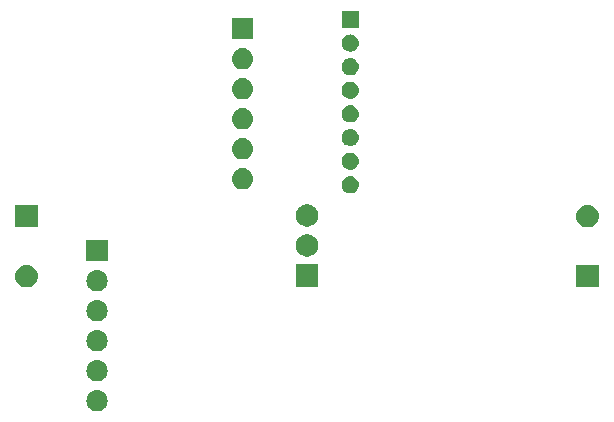
<source format=gbr>
G04 #@! TF.GenerationSoftware,KiCad,Pcbnew,(5.1.4)-1*
G04 #@! TF.CreationDate,2019-09-20T08:24:21+02:00*
G04 #@! TF.ProjectId,hb-rc-2-pbu-led,68622d72-632d-4322-9d70-62752d6c6564,rev?*
G04 #@! TF.SameCoordinates,Original*
G04 #@! TF.FileFunction,Soldermask,Bot*
G04 #@! TF.FilePolarity,Negative*
%FSLAX46Y46*%
G04 Gerber Fmt 4.6, Leading zero omitted, Abs format (unit mm)*
G04 Created by KiCad (PCBNEW (5.1.4)-1) date 2019-09-20 08:24:21*
%MOMM*%
%LPD*%
G04 APERTURE LIST*
%ADD10C,0.100000*%
G04 APERTURE END LIST*
D10*
G36*
X84565442Y-87751518D02*
G01*
X84631627Y-87758037D01*
X84801466Y-87809557D01*
X84957991Y-87893222D01*
X84993729Y-87922552D01*
X85095186Y-88005814D01*
X85178448Y-88107271D01*
X85207778Y-88143009D01*
X85291443Y-88299534D01*
X85342963Y-88469373D01*
X85360359Y-88646000D01*
X85342963Y-88822627D01*
X85291443Y-88992466D01*
X85207778Y-89148991D01*
X85178448Y-89184729D01*
X85095186Y-89286186D01*
X84993729Y-89369448D01*
X84957991Y-89398778D01*
X84801466Y-89482443D01*
X84631627Y-89533963D01*
X84565442Y-89540482D01*
X84499260Y-89547000D01*
X84410740Y-89547000D01*
X84344558Y-89540482D01*
X84278373Y-89533963D01*
X84108534Y-89482443D01*
X83952009Y-89398778D01*
X83916271Y-89369448D01*
X83814814Y-89286186D01*
X83731552Y-89184729D01*
X83702222Y-89148991D01*
X83618557Y-88992466D01*
X83567037Y-88822627D01*
X83549641Y-88646000D01*
X83567037Y-88469373D01*
X83618557Y-88299534D01*
X83702222Y-88143009D01*
X83731552Y-88107271D01*
X83814814Y-88005814D01*
X83916271Y-87922552D01*
X83952009Y-87893222D01*
X84108534Y-87809557D01*
X84278373Y-87758037D01*
X84344558Y-87751518D01*
X84410740Y-87745000D01*
X84499260Y-87745000D01*
X84565442Y-87751518D01*
X84565442Y-87751518D01*
G37*
G36*
X84565443Y-85211519D02*
G01*
X84631627Y-85218037D01*
X84801466Y-85269557D01*
X84957991Y-85353222D01*
X84993729Y-85382552D01*
X85095186Y-85465814D01*
X85178448Y-85567271D01*
X85207778Y-85603009D01*
X85291443Y-85759534D01*
X85342963Y-85929373D01*
X85360359Y-86106000D01*
X85342963Y-86282627D01*
X85291443Y-86452466D01*
X85207778Y-86608991D01*
X85178448Y-86644729D01*
X85095186Y-86746186D01*
X84993729Y-86829448D01*
X84957991Y-86858778D01*
X84801466Y-86942443D01*
X84631627Y-86993963D01*
X84565442Y-87000482D01*
X84499260Y-87007000D01*
X84410740Y-87007000D01*
X84344558Y-87000482D01*
X84278373Y-86993963D01*
X84108534Y-86942443D01*
X83952009Y-86858778D01*
X83916271Y-86829448D01*
X83814814Y-86746186D01*
X83731552Y-86644729D01*
X83702222Y-86608991D01*
X83618557Y-86452466D01*
X83567037Y-86282627D01*
X83549641Y-86106000D01*
X83567037Y-85929373D01*
X83618557Y-85759534D01*
X83702222Y-85603009D01*
X83731552Y-85567271D01*
X83814814Y-85465814D01*
X83916271Y-85382552D01*
X83952009Y-85353222D01*
X84108534Y-85269557D01*
X84278373Y-85218037D01*
X84344557Y-85211519D01*
X84410740Y-85205000D01*
X84499260Y-85205000D01*
X84565443Y-85211519D01*
X84565443Y-85211519D01*
G37*
G36*
X84565442Y-82671518D02*
G01*
X84631627Y-82678037D01*
X84801466Y-82729557D01*
X84957991Y-82813222D01*
X84993729Y-82842552D01*
X85095186Y-82925814D01*
X85178448Y-83027271D01*
X85207778Y-83063009D01*
X85291443Y-83219534D01*
X85342963Y-83389373D01*
X85360359Y-83566000D01*
X85342963Y-83742627D01*
X85291443Y-83912466D01*
X85207778Y-84068991D01*
X85178448Y-84104729D01*
X85095186Y-84206186D01*
X84993729Y-84289448D01*
X84957991Y-84318778D01*
X84801466Y-84402443D01*
X84631627Y-84453963D01*
X84565443Y-84460481D01*
X84499260Y-84467000D01*
X84410740Y-84467000D01*
X84344557Y-84460481D01*
X84278373Y-84453963D01*
X84108534Y-84402443D01*
X83952009Y-84318778D01*
X83916271Y-84289448D01*
X83814814Y-84206186D01*
X83731552Y-84104729D01*
X83702222Y-84068991D01*
X83618557Y-83912466D01*
X83567037Y-83742627D01*
X83549641Y-83566000D01*
X83567037Y-83389373D01*
X83618557Y-83219534D01*
X83702222Y-83063009D01*
X83731552Y-83027271D01*
X83814814Y-82925814D01*
X83916271Y-82842552D01*
X83952009Y-82813222D01*
X84108534Y-82729557D01*
X84278373Y-82678037D01*
X84344558Y-82671518D01*
X84410740Y-82665000D01*
X84499260Y-82665000D01*
X84565442Y-82671518D01*
X84565442Y-82671518D01*
G37*
G36*
X84565443Y-80131519D02*
G01*
X84631627Y-80138037D01*
X84801466Y-80189557D01*
X84957991Y-80273222D01*
X84993729Y-80302552D01*
X85095186Y-80385814D01*
X85178448Y-80487271D01*
X85207778Y-80523009D01*
X85291443Y-80679534D01*
X85342963Y-80849373D01*
X85360359Y-81026000D01*
X85342963Y-81202627D01*
X85291443Y-81372466D01*
X85207778Y-81528991D01*
X85178448Y-81564729D01*
X85095186Y-81666186D01*
X84993729Y-81749448D01*
X84957991Y-81778778D01*
X84801466Y-81862443D01*
X84631627Y-81913963D01*
X84565442Y-81920482D01*
X84499260Y-81927000D01*
X84410740Y-81927000D01*
X84344558Y-81920482D01*
X84278373Y-81913963D01*
X84108534Y-81862443D01*
X83952009Y-81778778D01*
X83916271Y-81749448D01*
X83814814Y-81666186D01*
X83731552Y-81564729D01*
X83702222Y-81528991D01*
X83618557Y-81372466D01*
X83567037Y-81202627D01*
X83549641Y-81026000D01*
X83567037Y-80849373D01*
X83618557Y-80679534D01*
X83702222Y-80523009D01*
X83731552Y-80487271D01*
X83814814Y-80385814D01*
X83916271Y-80302552D01*
X83952009Y-80273222D01*
X84108534Y-80189557D01*
X84278373Y-80138037D01*
X84344557Y-80131519D01*
X84410740Y-80125000D01*
X84499260Y-80125000D01*
X84565443Y-80131519D01*
X84565443Y-80131519D01*
G37*
G36*
X84565442Y-77591518D02*
G01*
X84631627Y-77598037D01*
X84801466Y-77649557D01*
X84957991Y-77733222D01*
X84993729Y-77762552D01*
X85095186Y-77845814D01*
X85178448Y-77947271D01*
X85207778Y-77983009D01*
X85291443Y-78139534D01*
X85342963Y-78309373D01*
X85360359Y-78486000D01*
X85342963Y-78662627D01*
X85291443Y-78832466D01*
X85207778Y-78988991D01*
X85178448Y-79024729D01*
X85095186Y-79126186D01*
X84993729Y-79209448D01*
X84957991Y-79238778D01*
X84801466Y-79322443D01*
X84631627Y-79373963D01*
X84565442Y-79380482D01*
X84499260Y-79387000D01*
X84410740Y-79387000D01*
X84344558Y-79380482D01*
X84278373Y-79373963D01*
X84108534Y-79322443D01*
X83952009Y-79238778D01*
X83916271Y-79209448D01*
X83814814Y-79126186D01*
X83731552Y-79024729D01*
X83702222Y-78988991D01*
X83618557Y-78832466D01*
X83567037Y-78662627D01*
X83549641Y-78486000D01*
X83567037Y-78309373D01*
X83618557Y-78139534D01*
X83702222Y-77983009D01*
X83731552Y-77947271D01*
X83814814Y-77845814D01*
X83916271Y-77762552D01*
X83952009Y-77733222D01*
X84108534Y-77649557D01*
X84278373Y-77598037D01*
X84344558Y-77591518D01*
X84410740Y-77585000D01*
X84499260Y-77585000D01*
X84565442Y-77591518D01*
X84565442Y-77591518D01*
G37*
G36*
X126935000Y-79056000D02*
G01*
X125033000Y-79056000D01*
X125033000Y-77154000D01*
X126935000Y-77154000D01*
X126935000Y-79056000D01*
X126935000Y-79056000D01*
G37*
G36*
X78672425Y-77167760D02*
G01*
X78672428Y-77167761D01*
X78672429Y-77167761D01*
X78851693Y-77222140D01*
X78851696Y-77222142D01*
X78851697Y-77222142D01*
X79016903Y-77310446D01*
X79161712Y-77429288D01*
X79280554Y-77574097D01*
X79368858Y-77739303D01*
X79368860Y-77739307D01*
X79423239Y-77918571D01*
X79423240Y-77918575D01*
X79441601Y-78105000D01*
X79423240Y-78291425D01*
X79423239Y-78291428D01*
X79423239Y-78291429D01*
X79368860Y-78470693D01*
X79368858Y-78470696D01*
X79368858Y-78470697D01*
X79280554Y-78635903D01*
X79161712Y-78780712D01*
X79016903Y-78899554D01*
X78851697Y-78987858D01*
X78851693Y-78987860D01*
X78672429Y-79042239D01*
X78672428Y-79042239D01*
X78672425Y-79042240D01*
X78532718Y-79056000D01*
X78439282Y-79056000D01*
X78299575Y-79042240D01*
X78299572Y-79042239D01*
X78299571Y-79042239D01*
X78120307Y-78987860D01*
X78120303Y-78987858D01*
X77955097Y-78899554D01*
X77810288Y-78780712D01*
X77691446Y-78635903D01*
X77603142Y-78470697D01*
X77603142Y-78470696D01*
X77603140Y-78470693D01*
X77548761Y-78291429D01*
X77548761Y-78291428D01*
X77548760Y-78291425D01*
X77530399Y-78105000D01*
X77548760Y-77918575D01*
X77548761Y-77918571D01*
X77603140Y-77739307D01*
X77603142Y-77739303D01*
X77691446Y-77574097D01*
X77810288Y-77429288D01*
X77955097Y-77310446D01*
X78120303Y-77222142D01*
X78120304Y-77222142D01*
X78120307Y-77222140D01*
X78299571Y-77167761D01*
X78299572Y-77167761D01*
X78299575Y-77167760D01*
X78439282Y-77154000D01*
X78532718Y-77154000D01*
X78672425Y-77167760D01*
X78672425Y-77167760D01*
G37*
G36*
X103186000Y-78979800D02*
G01*
X101284000Y-78979800D01*
X101284000Y-77077800D01*
X103186000Y-77077800D01*
X103186000Y-78979800D01*
X103186000Y-78979800D01*
G37*
G36*
X85356000Y-76847000D02*
G01*
X83554000Y-76847000D01*
X83554000Y-75045000D01*
X85356000Y-75045000D01*
X85356000Y-76847000D01*
X85356000Y-76847000D01*
G37*
G36*
X102512395Y-74574346D02*
G01*
X102685466Y-74646034D01*
X102685467Y-74646035D01*
X102841227Y-74750110D01*
X102973690Y-74882573D01*
X102973691Y-74882575D01*
X103077766Y-75038334D01*
X103149454Y-75211405D01*
X103186000Y-75395133D01*
X103186000Y-75582467D01*
X103149454Y-75766195D01*
X103077766Y-75939266D01*
X103077765Y-75939267D01*
X102973690Y-76095027D01*
X102841227Y-76227490D01*
X102762818Y-76279881D01*
X102685466Y-76331566D01*
X102512395Y-76403254D01*
X102328667Y-76439800D01*
X102141333Y-76439800D01*
X101957605Y-76403254D01*
X101784534Y-76331566D01*
X101707182Y-76279881D01*
X101628773Y-76227490D01*
X101496310Y-76095027D01*
X101392235Y-75939267D01*
X101392234Y-75939266D01*
X101320546Y-75766195D01*
X101284000Y-75582467D01*
X101284000Y-75395133D01*
X101320546Y-75211405D01*
X101392234Y-75038334D01*
X101496309Y-74882575D01*
X101496310Y-74882573D01*
X101628773Y-74750110D01*
X101784533Y-74646035D01*
X101784534Y-74646034D01*
X101957605Y-74574346D01*
X102141333Y-74537800D01*
X102328667Y-74537800D01*
X102512395Y-74574346D01*
X102512395Y-74574346D01*
G37*
G36*
X79437000Y-73976000D02*
G01*
X77535000Y-73976000D01*
X77535000Y-72074000D01*
X79437000Y-72074000D01*
X79437000Y-73976000D01*
X79437000Y-73976000D01*
G37*
G36*
X126170425Y-72087760D02*
G01*
X126170428Y-72087761D01*
X126170429Y-72087761D01*
X126349693Y-72142140D01*
X126349696Y-72142142D01*
X126349697Y-72142142D01*
X126514903Y-72230446D01*
X126659712Y-72349288D01*
X126778554Y-72494097D01*
X126866858Y-72659303D01*
X126866860Y-72659307D01*
X126921239Y-72838571D01*
X126921240Y-72838575D01*
X126939601Y-73025000D01*
X126921240Y-73211425D01*
X126921239Y-73211428D01*
X126921239Y-73211429D01*
X126866860Y-73390693D01*
X126866858Y-73390696D01*
X126866858Y-73390697D01*
X126778554Y-73555903D01*
X126659712Y-73700712D01*
X126514903Y-73819554D01*
X126349697Y-73907858D01*
X126349693Y-73907860D01*
X126170429Y-73962239D01*
X126170428Y-73962239D01*
X126170425Y-73962240D01*
X126030718Y-73976000D01*
X125937282Y-73976000D01*
X125797575Y-73962240D01*
X125797572Y-73962239D01*
X125797571Y-73962239D01*
X125618307Y-73907860D01*
X125618303Y-73907858D01*
X125453097Y-73819554D01*
X125308288Y-73700712D01*
X125189446Y-73555903D01*
X125101142Y-73390697D01*
X125101142Y-73390696D01*
X125101140Y-73390693D01*
X125046761Y-73211429D01*
X125046761Y-73211428D01*
X125046760Y-73211425D01*
X125028399Y-73025000D01*
X125046760Y-72838575D01*
X125046761Y-72838571D01*
X125101140Y-72659307D01*
X125101142Y-72659303D01*
X125189446Y-72494097D01*
X125308288Y-72349288D01*
X125453097Y-72230446D01*
X125618303Y-72142142D01*
X125618304Y-72142142D01*
X125618307Y-72142140D01*
X125797571Y-72087761D01*
X125797572Y-72087761D01*
X125797575Y-72087760D01*
X125937282Y-72074000D01*
X126030718Y-72074000D01*
X126170425Y-72087760D01*
X126170425Y-72087760D01*
G37*
G36*
X102512395Y-72034346D02*
G01*
X102685466Y-72106034D01*
X102685467Y-72106035D01*
X102841227Y-72210110D01*
X102973690Y-72342573D01*
X103026081Y-72420982D01*
X103077766Y-72498334D01*
X103149454Y-72671405D01*
X103186000Y-72855133D01*
X103186000Y-73042467D01*
X103149454Y-73226195D01*
X103077766Y-73399266D01*
X103077765Y-73399267D01*
X102973690Y-73555027D01*
X102841227Y-73687490D01*
X102762818Y-73739881D01*
X102685466Y-73791566D01*
X102512395Y-73863254D01*
X102328667Y-73899800D01*
X102141333Y-73899800D01*
X101957605Y-73863254D01*
X101784534Y-73791566D01*
X101707182Y-73739881D01*
X101628773Y-73687490D01*
X101496310Y-73555027D01*
X101392235Y-73399267D01*
X101392234Y-73399266D01*
X101320546Y-73226195D01*
X101284000Y-73042467D01*
X101284000Y-72855133D01*
X101320546Y-72671405D01*
X101392234Y-72498334D01*
X101443919Y-72420982D01*
X101496310Y-72342573D01*
X101628773Y-72210110D01*
X101784533Y-72106035D01*
X101784534Y-72106034D01*
X101957605Y-72034346D01*
X102141333Y-71997800D01*
X102328667Y-71997800D01*
X102512395Y-72034346D01*
X102512395Y-72034346D01*
G37*
G36*
X105964213Y-69640102D02*
G01*
X106035321Y-69647105D01*
X106172172Y-69688619D01*
X106172175Y-69688620D01*
X106298294Y-69756032D01*
X106408843Y-69846757D01*
X106499568Y-69957306D01*
X106566980Y-70083425D01*
X106566981Y-70083428D01*
X106608495Y-70220279D01*
X106622512Y-70362600D01*
X106608495Y-70504921D01*
X106566981Y-70641772D01*
X106566980Y-70641775D01*
X106499568Y-70767894D01*
X106408843Y-70878443D01*
X106298294Y-70969168D01*
X106172175Y-71036580D01*
X106172172Y-71036581D01*
X106035321Y-71078095D01*
X105964213Y-71085098D01*
X105928660Y-71088600D01*
X105857340Y-71088600D01*
X105821787Y-71085098D01*
X105750679Y-71078095D01*
X105613828Y-71036581D01*
X105613825Y-71036580D01*
X105487706Y-70969168D01*
X105377157Y-70878443D01*
X105286432Y-70767894D01*
X105219020Y-70641775D01*
X105219019Y-70641772D01*
X105177505Y-70504921D01*
X105163488Y-70362600D01*
X105177505Y-70220279D01*
X105219019Y-70083428D01*
X105219020Y-70083425D01*
X105286432Y-69957306D01*
X105377157Y-69846757D01*
X105487706Y-69756032D01*
X105613825Y-69688620D01*
X105613828Y-69688619D01*
X105750679Y-69647105D01*
X105821787Y-69640102D01*
X105857340Y-69636600D01*
X105928660Y-69636600D01*
X105964213Y-69640102D01*
X105964213Y-69640102D01*
G37*
G36*
X96884443Y-68955519D02*
G01*
X96950627Y-68962037D01*
X97120466Y-69013557D01*
X97276991Y-69097222D01*
X97312729Y-69126552D01*
X97414186Y-69209814D01*
X97497448Y-69311271D01*
X97526778Y-69347009D01*
X97610443Y-69503534D01*
X97661963Y-69673373D01*
X97679359Y-69850000D01*
X97661963Y-70026627D01*
X97610443Y-70196466D01*
X97526778Y-70352991D01*
X97518892Y-70362600D01*
X97414186Y-70490186D01*
X97312729Y-70573448D01*
X97276991Y-70602778D01*
X97120466Y-70686443D01*
X96950627Y-70737963D01*
X96884443Y-70744481D01*
X96818260Y-70751000D01*
X96729740Y-70751000D01*
X96663557Y-70744481D01*
X96597373Y-70737963D01*
X96427534Y-70686443D01*
X96271009Y-70602778D01*
X96235271Y-70573448D01*
X96133814Y-70490186D01*
X96029108Y-70362600D01*
X96021222Y-70352991D01*
X95937557Y-70196466D01*
X95886037Y-70026627D01*
X95868641Y-69850000D01*
X95886037Y-69673373D01*
X95937557Y-69503534D01*
X96021222Y-69347009D01*
X96050552Y-69311271D01*
X96133814Y-69209814D01*
X96235271Y-69126552D01*
X96271009Y-69097222D01*
X96427534Y-69013557D01*
X96597373Y-68962037D01*
X96663557Y-68955519D01*
X96729740Y-68949000D01*
X96818260Y-68949000D01*
X96884443Y-68955519D01*
X96884443Y-68955519D01*
G37*
G36*
X105964213Y-67640102D02*
G01*
X106035321Y-67647105D01*
X106172172Y-67688619D01*
X106172175Y-67688620D01*
X106298294Y-67756032D01*
X106408843Y-67846757D01*
X106499568Y-67957306D01*
X106566980Y-68083425D01*
X106566981Y-68083428D01*
X106608495Y-68220279D01*
X106622512Y-68362600D01*
X106608495Y-68504921D01*
X106566981Y-68641772D01*
X106566980Y-68641775D01*
X106499568Y-68767894D01*
X106408843Y-68878443D01*
X106298294Y-68969168D01*
X106172175Y-69036580D01*
X106172172Y-69036581D01*
X106035321Y-69078095D01*
X105964213Y-69085098D01*
X105928660Y-69088600D01*
X105857340Y-69088600D01*
X105821787Y-69085098D01*
X105750679Y-69078095D01*
X105613828Y-69036581D01*
X105613825Y-69036580D01*
X105487706Y-68969168D01*
X105377157Y-68878443D01*
X105286432Y-68767894D01*
X105219020Y-68641775D01*
X105219019Y-68641772D01*
X105177505Y-68504921D01*
X105163488Y-68362600D01*
X105177505Y-68220279D01*
X105219019Y-68083428D01*
X105219020Y-68083425D01*
X105286432Y-67957306D01*
X105377157Y-67846757D01*
X105487706Y-67756032D01*
X105613825Y-67688620D01*
X105613828Y-67688619D01*
X105750679Y-67647105D01*
X105821787Y-67640102D01*
X105857340Y-67636600D01*
X105928660Y-67636600D01*
X105964213Y-67640102D01*
X105964213Y-67640102D01*
G37*
G36*
X96884443Y-66415519D02*
G01*
X96950627Y-66422037D01*
X97120466Y-66473557D01*
X97276991Y-66557222D01*
X97312729Y-66586552D01*
X97414186Y-66669814D01*
X97494677Y-66767894D01*
X97526778Y-66807009D01*
X97610443Y-66963534D01*
X97661963Y-67133373D01*
X97679359Y-67310000D01*
X97661963Y-67486627D01*
X97610443Y-67656466D01*
X97526778Y-67812991D01*
X97499067Y-67846757D01*
X97414186Y-67950186D01*
X97312729Y-68033448D01*
X97276991Y-68062778D01*
X97120466Y-68146443D01*
X96950627Y-68197963D01*
X96884443Y-68204481D01*
X96818260Y-68211000D01*
X96729740Y-68211000D01*
X96663557Y-68204481D01*
X96597373Y-68197963D01*
X96427534Y-68146443D01*
X96271009Y-68062778D01*
X96235271Y-68033448D01*
X96133814Y-67950186D01*
X96048933Y-67846757D01*
X96021222Y-67812991D01*
X95937557Y-67656466D01*
X95886037Y-67486627D01*
X95868641Y-67310000D01*
X95886037Y-67133373D01*
X95937557Y-66963534D01*
X96021222Y-66807009D01*
X96053323Y-66767894D01*
X96133814Y-66669814D01*
X96235271Y-66586552D01*
X96271009Y-66557222D01*
X96427534Y-66473557D01*
X96597373Y-66422037D01*
X96663557Y-66415519D01*
X96729740Y-66409000D01*
X96818260Y-66409000D01*
X96884443Y-66415519D01*
X96884443Y-66415519D01*
G37*
G36*
X105964213Y-65640102D02*
G01*
X106035321Y-65647105D01*
X106172172Y-65688619D01*
X106172175Y-65688620D01*
X106298294Y-65756032D01*
X106408843Y-65846757D01*
X106499568Y-65957306D01*
X106566980Y-66083425D01*
X106566981Y-66083428D01*
X106608495Y-66220279D01*
X106622512Y-66362600D01*
X106608495Y-66504921D01*
X106592629Y-66557222D01*
X106566980Y-66641775D01*
X106499568Y-66767894D01*
X106408843Y-66878443D01*
X106298294Y-66969168D01*
X106172175Y-67036580D01*
X106172172Y-67036581D01*
X106035321Y-67078095D01*
X105964213Y-67085098D01*
X105928660Y-67088600D01*
X105857340Y-67088600D01*
X105821787Y-67085098D01*
X105750679Y-67078095D01*
X105613828Y-67036581D01*
X105613825Y-67036580D01*
X105487706Y-66969168D01*
X105377157Y-66878443D01*
X105286432Y-66767894D01*
X105219020Y-66641775D01*
X105193371Y-66557222D01*
X105177505Y-66504921D01*
X105163488Y-66362600D01*
X105177505Y-66220279D01*
X105219019Y-66083428D01*
X105219020Y-66083425D01*
X105286432Y-65957306D01*
X105377157Y-65846757D01*
X105487706Y-65756032D01*
X105613825Y-65688620D01*
X105613828Y-65688619D01*
X105750679Y-65647105D01*
X105821787Y-65640102D01*
X105857340Y-65636600D01*
X105928660Y-65636600D01*
X105964213Y-65640102D01*
X105964213Y-65640102D01*
G37*
G36*
X96884442Y-63875518D02*
G01*
X96950627Y-63882037D01*
X97120466Y-63933557D01*
X97276991Y-64017222D01*
X97312729Y-64046552D01*
X97414186Y-64129814D01*
X97488429Y-64220281D01*
X97526778Y-64267009D01*
X97610443Y-64423534D01*
X97661963Y-64593373D01*
X97679359Y-64770000D01*
X97661963Y-64946627D01*
X97610443Y-65116466D01*
X97526778Y-65272991D01*
X97497448Y-65308729D01*
X97414186Y-65410186D01*
X97312729Y-65493448D01*
X97276991Y-65522778D01*
X97120466Y-65606443D01*
X96950627Y-65657963D01*
X96884442Y-65664482D01*
X96818260Y-65671000D01*
X96729740Y-65671000D01*
X96663558Y-65664482D01*
X96597373Y-65657963D01*
X96427534Y-65606443D01*
X96271009Y-65522778D01*
X96235271Y-65493448D01*
X96133814Y-65410186D01*
X96050552Y-65308729D01*
X96021222Y-65272991D01*
X95937557Y-65116466D01*
X95886037Y-64946627D01*
X95868641Y-64770000D01*
X95886037Y-64593373D01*
X95937557Y-64423534D01*
X96021222Y-64267009D01*
X96059571Y-64220281D01*
X96133814Y-64129814D01*
X96235271Y-64046552D01*
X96271009Y-64017222D01*
X96427534Y-63933557D01*
X96597373Y-63882037D01*
X96663558Y-63875518D01*
X96729740Y-63869000D01*
X96818260Y-63869000D01*
X96884442Y-63875518D01*
X96884442Y-63875518D01*
G37*
G36*
X105964213Y-63640102D02*
G01*
X106035321Y-63647105D01*
X106172172Y-63688619D01*
X106172175Y-63688620D01*
X106298294Y-63756032D01*
X106408843Y-63846757D01*
X106499568Y-63957306D01*
X106566980Y-64083425D01*
X106566981Y-64083428D01*
X106608495Y-64220279D01*
X106622512Y-64362600D01*
X106608495Y-64504921D01*
X106581663Y-64593373D01*
X106566980Y-64641775D01*
X106499568Y-64767894D01*
X106408843Y-64878443D01*
X106298294Y-64969168D01*
X106172175Y-65036580D01*
X106172172Y-65036581D01*
X106035321Y-65078095D01*
X105964213Y-65085098D01*
X105928660Y-65088600D01*
X105857340Y-65088600D01*
X105821787Y-65085098D01*
X105750679Y-65078095D01*
X105613828Y-65036581D01*
X105613825Y-65036580D01*
X105487706Y-64969168D01*
X105377157Y-64878443D01*
X105286432Y-64767894D01*
X105219020Y-64641775D01*
X105204337Y-64593373D01*
X105177505Y-64504921D01*
X105163488Y-64362600D01*
X105177505Y-64220279D01*
X105219019Y-64083428D01*
X105219020Y-64083425D01*
X105286432Y-63957306D01*
X105377157Y-63846757D01*
X105487706Y-63756032D01*
X105613825Y-63688620D01*
X105613828Y-63688619D01*
X105750679Y-63647105D01*
X105821787Y-63640102D01*
X105857340Y-63636600D01*
X105928660Y-63636600D01*
X105964213Y-63640102D01*
X105964213Y-63640102D01*
G37*
G36*
X96884443Y-61335519D02*
G01*
X96950627Y-61342037D01*
X97120466Y-61393557D01*
X97276991Y-61477222D01*
X97312729Y-61506552D01*
X97414186Y-61589814D01*
X97495272Y-61688619D01*
X97526778Y-61727009D01*
X97610443Y-61883534D01*
X97661963Y-62053373D01*
X97679359Y-62230000D01*
X97661963Y-62406627D01*
X97610443Y-62576466D01*
X97526778Y-62732991D01*
X97498134Y-62767894D01*
X97414186Y-62870186D01*
X97312729Y-62953448D01*
X97276991Y-62982778D01*
X97120466Y-63066443D01*
X96950627Y-63117963D01*
X96884443Y-63124481D01*
X96818260Y-63131000D01*
X96729740Y-63131000D01*
X96663557Y-63124481D01*
X96597373Y-63117963D01*
X96427534Y-63066443D01*
X96271009Y-62982778D01*
X96235271Y-62953448D01*
X96133814Y-62870186D01*
X96049866Y-62767894D01*
X96021222Y-62732991D01*
X95937557Y-62576466D01*
X95886037Y-62406627D01*
X95868641Y-62230000D01*
X95886037Y-62053373D01*
X95937557Y-61883534D01*
X96021222Y-61727009D01*
X96052728Y-61688619D01*
X96133814Y-61589814D01*
X96235271Y-61506552D01*
X96271009Y-61477222D01*
X96427534Y-61393557D01*
X96597373Y-61342037D01*
X96663557Y-61335519D01*
X96729740Y-61329000D01*
X96818260Y-61329000D01*
X96884443Y-61335519D01*
X96884443Y-61335519D01*
G37*
G36*
X105964213Y-61640102D02*
G01*
X106035321Y-61647105D01*
X106172172Y-61688619D01*
X106172175Y-61688620D01*
X106298294Y-61756032D01*
X106408843Y-61846757D01*
X106499568Y-61957306D01*
X106566980Y-62083425D01*
X106566981Y-62083428D01*
X106608495Y-62220279D01*
X106622512Y-62362600D01*
X106608495Y-62504921D01*
X106586791Y-62576468D01*
X106566980Y-62641775D01*
X106499568Y-62767894D01*
X106408843Y-62878443D01*
X106298294Y-62969168D01*
X106172175Y-63036580D01*
X106172172Y-63036581D01*
X106035321Y-63078095D01*
X105964213Y-63085098D01*
X105928660Y-63088600D01*
X105857340Y-63088600D01*
X105821787Y-63085098D01*
X105750679Y-63078095D01*
X105613828Y-63036581D01*
X105613825Y-63036580D01*
X105487706Y-62969168D01*
X105377157Y-62878443D01*
X105286432Y-62767894D01*
X105219020Y-62641775D01*
X105199209Y-62576468D01*
X105177505Y-62504921D01*
X105163488Y-62362600D01*
X105177505Y-62220279D01*
X105219019Y-62083428D01*
X105219020Y-62083425D01*
X105286432Y-61957306D01*
X105377157Y-61846757D01*
X105487706Y-61756032D01*
X105613825Y-61688620D01*
X105613828Y-61688619D01*
X105750679Y-61647105D01*
X105821787Y-61640102D01*
X105857340Y-61636600D01*
X105928660Y-61636600D01*
X105964213Y-61640102D01*
X105964213Y-61640102D01*
G37*
G36*
X105964213Y-59640102D02*
G01*
X106035321Y-59647105D01*
X106172172Y-59688619D01*
X106172175Y-59688620D01*
X106298294Y-59756032D01*
X106408843Y-59846757D01*
X106499568Y-59957306D01*
X106566980Y-60083425D01*
X106566981Y-60083428D01*
X106608495Y-60220279D01*
X106622512Y-60362600D01*
X106608495Y-60504921D01*
X106566981Y-60641772D01*
X106566980Y-60641775D01*
X106499568Y-60767894D01*
X106408843Y-60878443D01*
X106298294Y-60969168D01*
X106172175Y-61036580D01*
X106172172Y-61036581D01*
X106035321Y-61078095D01*
X105964213Y-61085098D01*
X105928660Y-61088600D01*
X105857340Y-61088600D01*
X105821787Y-61085098D01*
X105750679Y-61078095D01*
X105613828Y-61036581D01*
X105613825Y-61036580D01*
X105487706Y-60969168D01*
X105377157Y-60878443D01*
X105286432Y-60767894D01*
X105219020Y-60641775D01*
X105219019Y-60641772D01*
X105177505Y-60504921D01*
X105163488Y-60362600D01*
X105177505Y-60220279D01*
X105219019Y-60083428D01*
X105219020Y-60083425D01*
X105286432Y-59957306D01*
X105377157Y-59846757D01*
X105487706Y-59756032D01*
X105613825Y-59688620D01*
X105613828Y-59688619D01*
X105750679Y-59647105D01*
X105821787Y-59640102D01*
X105857340Y-59636600D01*
X105928660Y-59636600D01*
X105964213Y-59640102D01*
X105964213Y-59640102D01*
G37*
G36*
X96884442Y-58795518D02*
G01*
X96950627Y-58802037D01*
X97120466Y-58853557D01*
X97276991Y-58937222D01*
X97312729Y-58966552D01*
X97414186Y-59049814D01*
X97497448Y-59151271D01*
X97526778Y-59187009D01*
X97610443Y-59343534D01*
X97661963Y-59513373D01*
X97679359Y-59690000D01*
X97661963Y-59866627D01*
X97610443Y-60036466D01*
X97526778Y-60192991D01*
X97497448Y-60228729D01*
X97414186Y-60330186D01*
X97312729Y-60413448D01*
X97276991Y-60442778D01*
X97120466Y-60526443D01*
X96950627Y-60577963D01*
X96884443Y-60584481D01*
X96818260Y-60591000D01*
X96729740Y-60591000D01*
X96663557Y-60584481D01*
X96597373Y-60577963D01*
X96427534Y-60526443D01*
X96271009Y-60442778D01*
X96235271Y-60413448D01*
X96133814Y-60330186D01*
X96050552Y-60228729D01*
X96021222Y-60192991D01*
X95937557Y-60036466D01*
X95886037Y-59866627D01*
X95868641Y-59690000D01*
X95886037Y-59513373D01*
X95937557Y-59343534D01*
X96021222Y-59187009D01*
X96050552Y-59151271D01*
X96133814Y-59049814D01*
X96235271Y-58966552D01*
X96271009Y-58937222D01*
X96427534Y-58853557D01*
X96597373Y-58802037D01*
X96663558Y-58795518D01*
X96729740Y-58789000D01*
X96818260Y-58789000D01*
X96884442Y-58795518D01*
X96884442Y-58795518D01*
G37*
G36*
X105964213Y-57640102D02*
G01*
X106035321Y-57647105D01*
X106172172Y-57688619D01*
X106172175Y-57688620D01*
X106298294Y-57756032D01*
X106408843Y-57846757D01*
X106499568Y-57957306D01*
X106566980Y-58083425D01*
X106566981Y-58083428D01*
X106608495Y-58220279D01*
X106622512Y-58362600D01*
X106608495Y-58504921D01*
X106566981Y-58641772D01*
X106566980Y-58641775D01*
X106499568Y-58767894D01*
X106408843Y-58878443D01*
X106298294Y-58969168D01*
X106172175Y-59036580D01*
X106172172Y-59036581D01*
X106035321Y-59078095D01*
X105964213Y-59085098D01*
X105928660Y-59088600D01*
X105857340Y-59088600D01*
X105821787Y-59085098D01*
X105750679Y-59078095D01*
X105613828Y-59036581D01*
X105613825Y-59036580D01*
X105487706Y-58969168D01*
X105377157Y-58878443D01*
X105286432Y-58767894D01*
X105219020Y-58641775D01*
X105219019Y-58641772D01*
X105177505Y-58504921D01*
X105163488Y-58362600D01*
X105177505Y-58220279D01*
X105219019Y-58083428D01*
X105219020Y-58083425D01*
X105286432Y-57957306D01*
X105377157Y-57846757D01*
X105487706Y-57756032D01*
X105613825Y-57688620D01*
X105613828Y-57688619D01*
X105750679Y-57647105D01*
X105821787Y-57640102D01*
X105857340Y-57636600D01*
X105928660Y-57636600D01*
X105964213Y-57640102D01*
X105964213Y-57640102D01*
G37*
G36*
X97675000Y-58051000D02*
G01*
X95873000Y-58051000D01*
X95873000Y-56249000D01*
X97675000Y-56249000D01*
X97675000Y-58051000D01*
X97675000Y-58051000D01*
G37*
G36*
X106619000Y-57088600D02*
G01*
X105167000Y-57088600D01*
X105167000Y-55636600D01*
X106619000Y-55636600D01*
X106619000Y-57088600D01*
X106619000Y-57088600D01*
G37*
M02*

</source>
